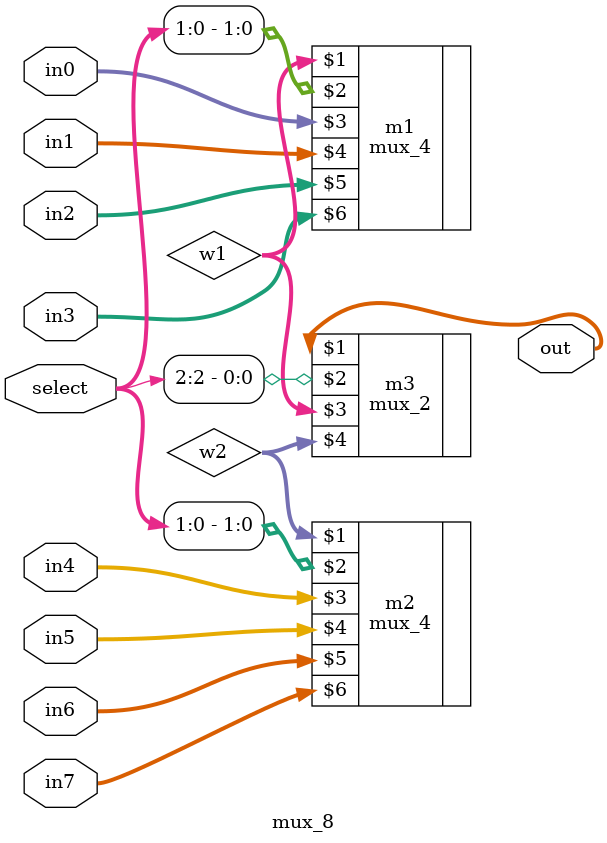
<source format=v>
module mux_8(out, select, in0, in1, in2, in3, in4, in5, in6, in7);
    input [2:0] select;
    input [31:0] in0, in1, in2, in3, in4, in5, in6, in7;
    output[31:0] out;

    wire [31:0] w1, w2;

    mux_4 m1(w1, select[1:0], in0, in1, in2, in3);
    mux_4 m2(w2, select[1:0], in4, in5, in6, in7);
    mux_2 m3(out, select[2], w1, w2);
endmodule
</source>
